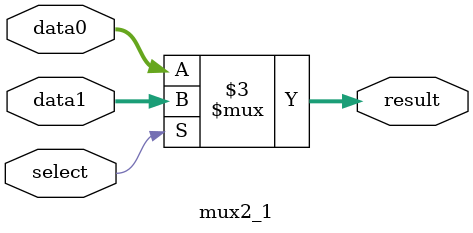
<source format=sv>
module mux2_1(input logic [15:0] data0,
					  input logic [15:0] data1,
					  input logic select,
					  output logic [15:0] result);

  always_comb begin
    if (select)
      result = data1;
    else
      result = data0;
  end

endmodule
</source>
